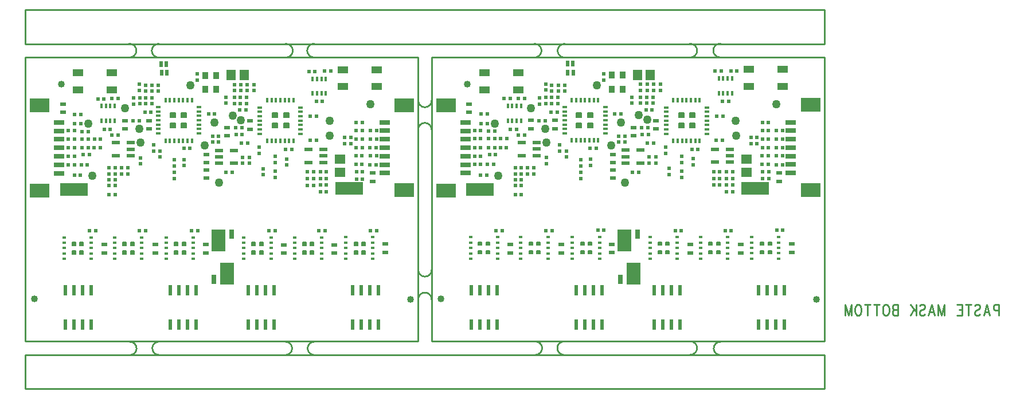
<source format=gbr>
*
%LPD*%
%LN2FOC-PMB*%
%FSLAX24Y24*%
%MOIN*%
%SRX1Y1I0.0J0.0*%
%AD*%
%ADD13C,0.010000*%
%ADD14C,0.006000*%
%ADD25R,0.024000X0.035000*%
%ADD26R,0.035000X0.024000*%
%ADD27C,0.040000*%
%ADD30R,0.021650X0.021650*%
%ADD31R,0.052000X0.060000*%
%ADD32R,0.160000X0.076000*%
%ADD34R,0.079920X0.125200*%
%ADD35R,0.029920X0.055120*%
%ADD37R,0.060000X0.052000*%
%ADD49C,0.050000*%
%ADD50R,0.062990X0.027560*%
%ADD51R,0.118110X0.082680*%
%ADD70R,0.016930X0.031500*%
%ADD71R,0.059060X0.039370*%
%ADD72R,0.050000X0.021000*%
%ADD73R,0.035430X0.039370*%
%ADD74R,0.013780X0.031500*%
%ADD75R,0.031500X0.013780*%
%ADD77R,0.023620X0.015750*%
%ADD79R,0.023620X0.059060*%
G54D13*
G1X5689Y10087D2*
G1X28523Y10087D1*
G1X28523Y26622D1*
G1X5689Y26622D1*
G1X5689Y10087D1*
G1X11729Y26620D2*
G75*
G3X11730Y27420I17J400D1*
G74*
G1X13453Y27415D2*
G75*
G3X13452Y26615I-17J-400D1*
G74*
G1X20824Y26616D2*
G75*
G3X20825Y27416I17J400D1*
G74*
G1X22490Y27422D2*
G75*
G3X22489Y26622I-17J-400D1*
G74*
G1X11751Y9287D2*
G75*
G3X11752Y10064I16J388D1*
G74*
G1X13473Y10075D2*
G75*
G3X13472Y9296I-16J-390D1*
G74*
G1X20797Y9292D2*
G75*
G3X20797Y10068I15J388D1*
G74*
G1X22505Y10071D2*
G75*
G3X22504Y9292I-16J-390D1*
G74*
G1X29305Y12527D2*
G75*
G3X28529Y12528I-388J16D1*
G74*
G1X28530Y14263D2*
G75*
G3X29309Y14262I390J-16D1*
G74*
G1X5682Y29383D2*
G1X52139Y29383D1*
G1X52139Y27415D1*
G1X5682Y27415D1*
G1X5682Y29383D1*
G1X29304Y10092D2*
G1X52139Y10092D1*
G1X52139Y26627D1*
G1X29304Y26627D1*
G1X29304Y10092D1*
G1X5682Y9304D2*
G1X52139Y9304D1*
G1X52139Y7336D1*
G1X5682Y7336D1*
G1X5682Y9304D1*
G1X29304Y22409D2*
G75*
G3X28528Y22410I-388J16D1*
G74*
G1X28530Y24125D2*
G75*
G3X29309Y24124I390J-16D1*
G74*
G1X37050Y27414D2*
G75*
G3X37049Y26614I-17J-400D1*
G74*
G1X35278Y26617D2*
G75*
G3X35279Y27417I17J400D1*
G74*
G1X44328Y26617D2*
G75*
G3X44329Y27417I17J400D1*
G74*
G1X46098Y27426D2*
G75*
G3X46097Y26626I-17J-400D1*
G74*
G1X46114Y10066D2*
G75*
G3X46114Y9287I-16J-390D1*
G74*
G1X44341Y9311D2*
G75*
G3X44341Y10087I16J388D1*
G74*
G1X37019Y10085D2*
G75*
G3X37018Y9306I-16J-390D1*
G74*
G1X35329Y9303D2*
G75*
G3X35330Y10080I16J388D1*
G74*
G1X15059Y23117D2*
G54D14*
G1X15059Y23400D1*
G1X14757Y23400D1*
G1X14757Y23117D1*
G1X15059Y23117D1*
G1X15059Y22517D2*
G1X15059Y22800D1*
G1X14757Y22800D1*
G1X14757Y22517D1*
G1X15059Y22517D1*
G1X14409Y23117D2*
G1X14409Y23400D1*
G1X14107Y23400D1*
G1X14107Y23117D1*
G1X14409Y23117D1*
G1X14409Y22517D2*
G1X14409Y22800D1*
G1X14107Y22800D1*
G1X14107Y22517D1*
G1X14409Y22517D1*
G1X20359Y23117D2*
G1X20359Y23400D1*
G1X20057Y23400D1*
G1X20057Y23117D1*
G1X20359Y23117D1*
G1X21009Y23117D2*
G1X21009Y23400D1*
G1X20707Y23400D1*
G1X20707Y23117D1*
G1X21009Y23117D1*
G1X21009Y22517D2*
G1X21009Y22800D1*
G1X20707Y22800D1*
G1X20707Y22517D1*
G1X21009Y22517D1*
G1X20359Y22517D2*
G1X20359Y22800D1*
G1X20057Y22800D1*
G1X20057Y22517D1*
G1X20359Y22517D1*
G1X9058Y15678D2*
G1X9058Y15862D1*
G1X8856Y15862D1*
G1X8856Y15678D1*
G1X9058Y15678D1*
G1X9058Y15178D2*
G1X9058Y15362D1*
G1X8856Y15362D1*
G1X8856Y15178D1*
G1X9058Y15178D1*
G1X8608Y15678D2*
G1X8608Y15862D1*
G1X8406Y15862D1*
G1X8406Y15678D1*
G1X8608Y15678D1*
G1X8608Y15178D2*
G1X8608Y15362D1*
G1X8406Y15362D1*
G1X8406Y15178D1*
G1X8608Y15178D1*
G1X11558Y15678D2*
G1X11558Y15862D1*
G1X11356Y15862D1*
G1X11356Y15678D1*
G1X11558Y15678D1*
G1X11558Y15178D2*
G1X11558Y15362D1*
G1X11356Y15362D1*
G1X11356Y15178D1*
G1X11558Y15178D1*
G1X12008Y15178D2*
G1X12008Y15362D1*
G1X11806Y15362D1*
G1X11806Y15178D1*
G1X12008Y15178D1*
G1X12008Y15678D2*
G1X12008Y15862D1*
G1X11806Y15862D1*
G1X11806Y15678D1*
G1X12008Y15678D1*
G1X14558Y15678D2*
G1X14558Y15862D1*
G1X14356Y15862D1*
G1X14356Y15678D1*
G1X14558Y15678D1*
G1X14558Y15178D2*
G1X14558Y15362D1*
G1X14356Y15362D1*
G1X14356Y15178D1*
G1X14558Y15178D1*
G1X15008Y15178D2*
G1X15008Y15362D1*
G1X14806Y15362D1*
G1X14806Y15178D1*
G1X15008Y15178D1*
G1X15008Y15678D2*
G1X15008Y15862D1*
G1X14806Y15862D1*
G1X14806Y15678D1*
G1X15008Y15678D1*
G1X19058Y15678D2*
G1X19058Y15862D1*
G1X18856Y15862D1*
G1X18856Y15678D1*
G1X19058Y15678D1*
G1X19058Y15178D2*
G1X19058Y15362D1*
G1X18856Y15362D1*
G1X18856Y15178D1*
G1X19058Y15178D1*
G1X19508Y15178D2*
G1X19508Y15362D1*
G1X19306Y15362D1*
G1X19306Y15178D1*
G1X19508Y15178D1*
G1X19508Y15678D2*
G1X19508Y15862D1*
G1X19306Y15862D1*
G1X19306Y15678D1*
G1X19508Y15678D1*
G1X22008Y15678D2*
G1X22008Y15862D1*
G1X21806Y15862D1*
G1X21806Y15678D1*
G1X22008Y15678D1*
G1X22008Y15178D2*
G1X22008Y15362D1*
G1X21806Y15362D1*
G1X21806Y15178D1*
G1X22008Y15178D1*
G1X22458Y15178D2*
G1X22458Y15362D1*
G1X22256Y15362D1*
G1X22256Y15178D1*
G1X22458Y15178D1*
G1X22458Y15678D2*
G1X22458Y15862D1*
G1X22256Y15862D1*
G1X22256Y15678D1*
G1X22458Y15678D1*
G1X25008Y15678D2*
G1X25008Y15862D1*
G1X24806Y15862D1*
G1X24806Y15678D1*
G1X25008Y15678D1*
G1X25008Y15178D2*
G1X25008Y15362D1*
G1X24806Y15362D1*
G1X24806Y15178D1*
G1X25008Y15178D1*
G1X25458Y15178D2*
G1X25458Y15362D1*
G1X25256Y15362D1*
G1X25256Y15178D1*
G1X25458Y15178D1*
G1X25458Y15678D2*
G1X25458Y15862D1*
G1X25256Y15862D1*
G1X25256Y15678D1*
G1X25458Y15678D1*
G1X14830Y23117D2*
G1X15059Y23346D1*
G1X14906Y23117D2*
G1X15059Y23269D1*
G1X14983Y23117D2*
G1X15059Y23193D1*
G1X14757Y23120D2*
G1X15037Y23400D1*
G1X14757Y23197D2*
G1X14961Y23400D1*
G1X14757Y23273D2*
G1X14884Y23400D1*
G1X14757Y23349D2*
G1X14808Y23400D1*
G1X14830Y22517D2*
G1X15059Y22746D1*
G1X14906Y22517D2*
G1X15059Y22669D1*
G1X14983Y22517D2*
G1X15059Y22593D1*
G1X14757Y22520D2*
G1X15037Y22800D1*
G1X14757Y22597D2*
G1X14961Y22800D1*
G1X14757Y22673D2*
G1X14884Y22800D1*
G1X14757Y22749D2*
G1X14808Y22800D1*
G1X14180Y23117D2*
G1X14409Y23346D1*
G1X14256Y23117D2*
G1X14409Y23269D1*
G1X14333Y23117D2*
G1X14409Y23193D1*
G1X14107Y23120D2*
G1X14387Y23400D1*
G1X14107Y23197D2*
G1X14311Y23400D1*
G1X14107Y23273D2*
G1X14234Y23400D1*
G1X14107Y23349D2*
G1X14158Y23400D1*
G1X14180Y22517D2*
G1X14409Y22746D1*
G1X14256Y22517D2*
G1X14409Y22669D1*
G1X14333Y22517D2*
G1X14409Y22593D1*
G1X14107Y22520D2*
G1X14387Y22800D1*
G1X14107Y22597D2*
G1X14311Y22800D1*
G1X14107Y22673D2*
G1X14234Y22800D1*
G1X14107Y22749D2*
G1X14158Y22800D1*
G1X20130Y23117D2*
G1X20359Y23346D1*
G1X20206Y23117D2*
G1X20359Y23269D1*
G1X20283Y23117D2*
G1X20359Y23193D1*
G1X20057Y23120D2*
G1X20337Y23400D1*
G1X20057Y23197D2*
G1X20261Y23400D1*
G1X20057Y23273D2*
G1X20184Y23400D1*
G1X20057Y23349D2*
G1X20108Y23400D1*
G1X20780Y23117D2*
G1X21009Y23346D1*
G1X20856Y23117D2*
G1X21009Y23269D1*
G1X20933Y23117D2*
G1X21009Y23193D1*
G1X20707Y23120D2*
G1X20987Y23400D1*
G1X20707Y23197D2*
G1X20911Y23400D1*
G1X20707Y23273D2*
G1X20834Y23400D1*
G1X20707Y23349D2*
G1X20758Y23400D1*
G1X20780Y22517D2*
G1X21009Y22746D1*
G1X20856Y22517D2*
G1X21009Y22669D1*
G1X20933Y22517D2*
G1X21009Y22593D1*
G1X20707Y22520D2*
G1X20987Y22800D1*
G1X20707Y22597D2*
G1X20911Y22800D1*
G1X20707Y22673D2*
G1X20834Y22800D1*
G1X20707Y22749D2*
G1X20758Y22800D1*
G1X20130Y22517D2*
G1X20359Y22746D1*
G1X20206Y22517D2*
G1X20359Y22669D1*
G1X20283Y22517D2*
G1X20359Y22593D1*
G1X20057Y22520D2*
G1X20337Y22800D1*
G1X20057Y22597D2*
G1X20261Y22800D1*
G1X20057Y22673D2*
G1X20184Y22800D1*
G1X20057Y22749D2*
G1X20108Y22800D1*
G1X8905Y15678D2*
G1X9058Y15831D1*
G1X8981Y15678D2*
G1X9058Y15754D1*
G1X8856Y15705D2*
G1X9012Y15862D1*
G1X8856Y15782D2*
G1X8936Y15862D1*
G1X8856Y15858D2*
G1X8860Y15862D1*
G1X8905Y15178D2*
G1X9058Y15331D1*
G1X8981Y15178D2*
G1X9058Y15254D1*
G1X8856Y15205D2*
G1X9012Y15362D1*
G1X8856Y15282D2*
G1X8936Y15362D1*
G1X8856Y15358D2*
G1X8860Y15362D1*
G1X8455Y15678D2*
G1X8608Y15831D1*
G1X8531Y15678D2*
G1X8608Y15754D1*
G1X8406Y15705D2*
G1X8562Y15862D1*
G1X8406Y15782D2*
G1X8486Y15862D1*
G1X8406Y15858D2*
G1X8410Y15862D1*
G1X8455Y15178D2*
G1X8608Y15331D1*
G1X8531Y15178D2*
G1X8608Y15254D1*
G1X8406Y15205D2*
G1X8562Y15362D1*
G1X8406Y15282D2*
G1X8486Y15362D1*
G1X8406Y15358D2*
G1X8410Y15362D1*
G1X11405Y15678D2*
G1X11558Y15831D1*
G1X11481Y15678D2*
G1X11558Y15754D1*
G1X11356Y15705D2*
G1X11512Y15862D1*
G1X11356Y15782D2*
G1X11436Y15862D1*
G1X11356Y15858D2*
G1X11360Y15862D1*
G1X11405Y15178D2*
G1X11558Y15331D1*
G1X11481Y15178D2*
G1X11558Y15254D1*
G1X11356Y15205D2*
G1X11512Y15362D1*
G1X11356Y15282D2*
G1X11436Y15362D1*
G1X11356Y15358D2*
G1X11360Y15362D1*
G1X11855Y15178D2*
G1X12008Y15331D1*
G1X11931Y15178D2*
G1X12008Y15254D1*
G1X11806Y15205D2*
G1X11962Y15362D1*
G1X11806Y15282D2*
G1X11886Y15362D1*
G1X11806Y15358D2*
G1X11810Y15362D1*
G1X11855Y15678D2*
G1X12008Y15831D1*
G1X11931Y15678D2*
G1X12008Y15754D1*
G1X11806Y15705D2*
G1X11962Y15862D1*
G1X11806Y15782D2*
G1X11886Y15862D1*
G1X11806Y15858D2*
G1X11810Y15862D1*
G1X14405Y15678D2*
G1X14558Y15831D1*
G1X14481Y15678D2*
G1X14558Y15754D1*
G1X14356Y15705D2*
G1X14512Y15862D1*
G1X14356Y15782D2*
G1X14436Y15862D1*
G1X14356Y15858D2*
G1X14360Y15862D1*
G1X14405Y15178D2*
G1X14558Y15331D1*
G1X14481Y15178D2*
G1X14558Y15254D1*
G1X14356Y15205D2*
G1X14512Y15362D1*
G1X14356Y15282D2*
G1X14436Y15362D1*
G1X14356Y15358D2*
G1X14360Y15362D1*
G1X14855Y15178D2*
G1X15008Y15331D1*
G1X14931Y15178D2*
G1X15008Y15254D1*
G1X14806Y15205D2*
G1X14962Y15362D1*
G1X14806Y15282D2*
G1X14886Y15362D1*
G1X14806Y15358D2*
G1X14810Y15362D1*
G1X14855Y15678D2*
G1X15008Y15831D1*
G1X14931Y15678D2*
G1X15008Y15754D1*
G1X14806Y15705D2*
G1X14962Y15862D1*
G1X14806Y15782D2*
G1X14886Y15862D1*
G1X14806Y15858D2*
G1X14810Y15862D1*
G1X18905Y15678D2*
G1X19058Y15831D1*
G1X18981Y15678D2*
G1X19058Y15754D1*
G1X18856Y15705D2*
G1X19012Y15862D1*
G1X18856Y15782D2*
G1X18936Y15862D1*
G1X18856Y15858D2*
G1X18860Y15862D1*
G1X18905Y15178D2*
G1X19058Y15331D1*
G1X18981Y15178D2*
G1X19058Y15254D1*
G1X18856Y15205D2*
G1X19012Y15362D1*
G1X18856Y15282D2*
G1X18936Y15362D1*
G1X18856Y15358D2*
G1X18860Y15362D1*
G1X19355Y15178D2*
G1X19508Y15331D1*
G1X19431Y15178D2*
G1X19508Y15254D1*
G1X19306Y15205D2*
G1X19462Y15362D1*
G1X19306Y15282D2*
G1X19386Y15362D1*
G1X19306Y15358D2*
G1X19310Y15362D1*
G1X19355Y15678D2*
G1X19508Y15831D1*
G1X19431Y15678D2*
G1X19508Y15754D1*
G1X19306Y15705D2*
G1X19462Y15862D1*
G1X19306Y15782D2*
G1X19386Y15862D1*
G1X19306Y15858D2*
G1X19310Y15862D1*
G1X21855Y15678D2*
G1X22008Y15831D1*
G1X21931Y15678D2*
G1X22008Y15754D1*
G1X21806Y15705D2*
G1X21962Y15862D1*
G1X21806Y15782D2*
G1X21886Y15862D1*
G1X21806Y15858D2*
G1X21810Y15862D1*
G1X21855Y15178D2*
G1X22008Y15331D1*
G1X21931Y15178D2*
G1X22008Y15254D1*
G1X21806Y15205D2*
G1X21962Y15362D1*
G1X21806Y15282D2*
G1X21886Y15362D1*
G1X21806Y15358D2*
G1X21810Y15362D1*
G1X22305Y15178D2*
G1X22458Y15331D1*
G1X22381Y15178D2*
G1X22458Y15254D1*
G1X22256Y15205D2*
G1X22412Y15362D1*
G1X22256Y15282D2*
G1X22336Y15362D1*
G1X22256Y15358D2*
G1X22260Y15362D1*
G1X22305Y15678D2*
G1X22458Y15831D1*
G1X22381Y15678D2*
G1X22458Y15754D1*
G1X22256Y15705D2*
G1X22412Y15862D1*
G1X22256Y15782D2*
G1X22336Y15862D1*
G1X22256Y15858D2*
G1X22260Y15862D1*
G1X24855Y15678D2*
G1X25008Y15831D1*
G1X24931Y15678D2*
G1X25008Y15754D1*
G1X24806Y15705D2*
G1X24962Y15862D1*
G1X24806Y15782D2*
G1X24886Y15862D1*
G1X24806Y15858D2*
G1X24810Y15862D1*
G1X24855Y15178D2*
G1X25008Y15331D1*
G1X24931Y15178D2*
G1X25008Y15254D1*
G1X24806Y15205D2*
G1X24962Y15362D1*
G1X24806Y15282D2*
G1X24886Y15362D1*
G1X24806Y15358D2*
G1X24810Y15362D1*
G1X25305Y15178D2*
G1X25458Y15331D1*
G1X25381Y15178D2*
G1X25458Y15254D1*
G1X25256Y15205D2*
G1X25412Y15362D1*
G1X25256Y15282D2*
G1X25336Y15362D1*
G1X25256Y15358D2*
G1X25260Y15362D1*
G1X25305Y15678D2*
G1X25458Y15831D1*
G1X25381Y15678D2*
G1X25458Y15754D1*
G1X25256Y15705D2*
G1X25412Y15862D1*
G1X25256Y15782D2*
G1X25336Y15862D1*
G1X25256Y15858D2*
G1X25260Y15862D1*
G54D25*
G1X13602Y25717D3*
G1X13917Y25717D3*
G1X13897Y26248D3*
G1X13582Y26248D3*
G54D26*
G1X7874Y23429D3*
G1X7874Y23909D3*
G1X25886Y19884D3*
G1X25886Y19404D3*
G1X17421Y22051D3*
G1X17421Y22531D3*
G1X18740Y22445D3*
G1X18740Y22925D3*
G1X10275Y15717D3*
G1X10275Y15237D3*
G1X13248Y15717D3*
G1X13248Y15237D3*
G1X16177Y15724D3*
G1X16177Y15244D3*
G1X20724Y15715D3*
G1X20724Y15235D3*
G1X23653Y15715D3*
G1X23653Y15235D3*
G1X26630Y15750D3*
G1X26630Y15270D3*
G1X16220Y20496D3*
G1X16220Y20976D3*
G1X16220Y19591D3*
G1X16220Y20071D3*
G1X12874Y22465D3*
G1X12874Y22945D3*
G1X11476Y22465D3*
G1X11476Y22945D3*
G54D27*
G1X7775Y25067D3*
G1X28071Y12536D3*
G1X6216Y12559D3*
G54D30*
G1X9291Y20382D3*
G1X8937Y20382D3*
G1X9350Y21878D3*
G1X8996Y21878D3*
G1X9350Y21377D3*
G1X8996Y21377D3*
G1X8897Y19752D3*
G1X8543Y19752D3*
G1X8917Y22764D3*
G1X8563Y22764D3*
G1X8543Y20874D3*
G1X8189Y20874D3*
G1X8543Y21366D3*
G1X8189Y21366D3*
G1X8543Y21878D3*
G1X8189Y21878D3*
G1X8543Y22351D3*
G1X8189Y22351D3*
G1X8917Y23315D3*
G1X8563Y23315D3*
G1X9350Y22311D3*
G1X8996Y22311D3*
G1X9409Y20973D3*
G1X9055Y20973D3*
G1X8189Y20382D3*
G1X8543Y20382D3*
G1X24941Y19546D3*
G1X25295Y19546D3*
G1X24909Y20394D3*
G1X25263Y20394D3*
G1X24921Y21849D3*
G1X25275Y21849D3*
G1X26102Y22361D3*
G1X25748Y22361D3*
G1X25748Y21849D3*
G1X26102Y21849D3*
G1X25728Y21357D3*
G1X26082Y21357D3*
G1X25748Y20884D3*
G1X26102Y20884D3*
G1X25728Y20374D3*
G1X26082Y20374D3*
G1X25295Y19959D3*
G1X24941Y19959D3*
G1X25263Y20886D3*
G1X24909Y20886D3*
G1X25275Y21357D3*
G1X24921Y21357D3*
G1X25275Y22361D3*
G1X24921Y22361D3*
G1X10059Y21878D3*
G1X9704Y21878D3*
G1X10039Y21377D3*
G1X9685Y21377D3*
G1X24252Y21599D3*
G1X24606Y21599D3*
G1X24252Y21961D3*
G1X24606Y21961D3*
G1X15689Y25303D3*
G1X15689Y25658D3*
G1X25275Y22833D3*
G1X24921Y22833D3*
G1X12370Y20782D3*
G1X12370Y20428D3*
G1X13527Y21176D3*
G1X13527Y20821D3*
G1X13134Y21176D3*
G1X13134Y21530D3*
G1X14350Y20303D3*
G1X14350Y20658D3*
G1X14350Y19929D3*
G1X14350Y19575D3*
G1X19291Y21386D3*
G1X19291Y21032D3*
G1X18248Y21642D3*
G1X18602Y21642D3*
G1X14921Y20323D3*
G1X14921Y20677D3*
G1X20224Y20500D3*
G1X20224Y20854D3*
G1X19508Y19791D3*
G1X19508Y20146D3*
G1X20897Y20713D3*
G1X20897Y20358D3*
G1X20228Y19996D3*
G1X20228Y19642D3*
G1X12638Y23433D3*
G1X12992Y23433D3*
G1X18149Y23571D3*
G1X18504Y23571D3*
G1X10630Y22429D3*
G1X10275Y22429D3*
G1X16693Y23321D3*
G1X16338Y23321D3*
G1X15256Y21327D3*
G1X14901Y21327D3*
G1X21181Y21268D3*
G1X20826Y21268D3*
G1X22615Y23195D3*
G1X22261Y23195D3*
G1X10728Y24225D3*
G1X11082Y24225D3*
G1X10256Y24213D3*
G1X9901Y24213D3*
G1X23088Y25833D3*
G1X23442Y25833D3*
G1X22519Y25815D3*
G1X22165Y25815D3*
G1X17933Y22134D3*
G1X18287Y22134D3*
G1X17913Y22528D3*
G1X18267Y22528D3*
G1X9429Y16526D3*
G1X9783Y16526D3*
G1X12329Y16536D3*
G1X12683Y16536D3*
G1X15350Y16543D3*
G1X15704Y16543D3*
G1X11082Y22085D3*
G1X10728Y22085D3*
G1X10551Y19172D3*
G1X10905Y19172D3*
G1X11279Y20205D3*
G1X11634Y20205D3*
G1X10551Y19487D3*
G1X10905Y19487D3*
G1X10551Y20205D3*
G1X10905Y20205D3*
G1X10551Y19831D3*
G1X10905Y19831D3*
G1X10551Y18621D3*
G1X10905Y18621D3*
G1X11279Y19831D3*
G1X11634Y19831D3*
G1X22834Y19949D3*
G1X23189Y19949D3*
G1X13051Y24654D3*
G1X13051Y25008D3*
G1X13031Y23925D3*
G1X13031Y24280D3*
G1X18189Y23945D3*
G1X18189Y24299D3*
G1X18228Y24693D3*
G1X18228Y25047D3*
G1X12323Y25067D3*
G1X12323Y24713D3*
G1X12677Y24654D3*
G1X12677Y25008D3*
G1X11968Y24260D3*
G1X11968Y23906D3*
G1X12677Y23925D3*
G1X12677Y24280D3*
G1X17342Y24310D3*
G1X17342Y23955D3*
G1X18563Y23945D3*
G1X18563Y24299D3*
G1X18996Y25047D3*
G1X18996Y24693D3*
G1X17834Y24693D3*
G1X17834Y25047D3*
G1X13425Y24654D3*
G1X13425Y25008D3*
G1X12342Y23925D3*
G1X12342Y24280D3*
G1X17834Y23945D3*
G1X17834Y24299D3*
G1X18582Y24693D3*
G1X18582Y25047D3*
G1X25760Y16547D3*
G1X26114Y16547D3*
G1X19850Y16540D3*
G1X20204Y16540D3*
G1X23189Y19201D3*
G1X22834Y19201D3*
G1X22598Y21799D3*
G1X22244Y21799D3*
G1X22086Y19575D3*
G1X22441Y19575D3*
G1X22834Y18807D3*
G1X23189Y18807D3*
G1X22086Y19181D3*
G1X22441Y19181D3*
G1X22834Y19575D3*
G1X23189Y19575D3*
G1X22086Y19949D3*
G1X22441Y19949D3*
G1X22964Y24071D3*
G1X22610Y24071D3*
G1X16929Y21701D3*
G1X16575Y21701D3*
G1X17716Y19929D3*
G1X17362Y19929D3*
G1X18720Y20815D3*
G1X18720Y20461D3*
G1X18326Y20461D3*
G1X18326Y20815D3*
G1X16575Y22036D3*
G1X16929Y22036D3*
G1X22760Y16532D3*
G1X23114Y16532D3*
G1X11949Y22941D3*
G1X12303Y22941D3*
G54D31*
G1X18411Y25599D3*
G1X17651Y25599D3*
G54D32*
G1X8504Y18916D3*
G1X24508Y18995D3*
G54D34*
G1X17430Y14036D3*
G1X16909Y15976D3*
G54D35*
G1X16660Y13684D3*
G1X17679Y16328D3*
G54D37*
G1X23996Y19943D3*
G1X23996Y20703D3*
G54D49*
G1X17736Y23247D3*
G1X23386Y22051D3*
G1X23366Y22921D3*
G1X11476Y23669D3*
G1X9350Y22764D3*
G1X16693Y22843D3*
G1X9567Y19723D3*
G1X12370Y21652D3*
G1X18228Y22980D3*
G1X16130Y21504D3*
G1X25748Y23906D3*
G1X16949Y19339D3*
G1X15295Y25008D3*
G1X12303Y22449D3*
G54D50*
G1X26575Y22843D3*
G1X26575Y22351D3*
G1X26575Y21859D3*
G1X26575Y21367D3*
G1X26575Y20875D3*
G1X26575Y20382D3*
G1X26575Y19890D3*
G1X7657Y19880D3*
G1X7657Y20372D3*
G1X7657Y20864D3*
G1X7657Y21356D3*
G1X7657Y21849D3*
G1X7657Y22341D3*
G1X7657Y22833D3*
G54D51*
G1X27716Y18886D3*
G1X27716Y23847D3*
G1X6515Y23837D3*
G1X6515Y18876D3*
G54D70*
G1X10886Y22925D3*
G1X10630Y22925D3*
G1X10374Y22925D3*
G1X10118Y22925D3*
G1X10118Y23791D3*
G1X10374Y23791D3*
G1X10630Y23791D3*
G1X10886Y23791D3*
G1X23157Y24516D3*
G1X22901Y24516D3*
G1X22645Y24516D3*
G1X22389Y24516D3*
G1X22389Y25382D3*
G1X22645Y25382D3*
G1X22901Y25382D3*
G1X23157Y25382D3*
G54D71*
G1X10728Y24732D3*
G1X10728Y25717D3*
G1X8760Y25717D3*
G1X8760Y24732D3*
G1X24134Y25914D3*
G1X24134Y24929D3*
G1X26102Y24929D3*
G1X26102Y25914D3*
G54D72*
G1X11808Y21658D3*
G1X11808Y21278D3*
G1X11808Y20898D3*
G1X10938Y20898D3*
G1X10938Y21658D3*
G1X23028Y21274D3*
G1X23028Y20894D3*
G1X23028Y20514D3*
G1X22158Y20514D3*
G1X22158Y21274D3*
G1X16952Y20455D3*
G1X16952Y20835D3*
G1X16952Y21215D3*
G1X17822Y21215D3*
G1X17822Y20455D3*
G54D73*
G1X16791Y25579D3*
G1X16791Y24752D3*
G1X16157Y24752D3*
G1X16149Y25579D3*
G54D74*
G1X13838Y24142D3*
G1X14094Y24142D3*
G1X14350Y24142D3*
G1X14606Y24142D3*
G1X14862Y24142D3*
G1X15118Y24142D3*
G1X15374Y24142D3*
G1X15374Y21780D3*
G1X15118Y21780D3*
G1X14862Y21780D3*
G1X14606Y21780D3*
G1X14350Y21780D3*
G1X14094Y21780D3*
G1X13838Y21780D3*
G1X19744Y24122D3*
G1X20000Y24122D3*
G1X20256Y24122D3*
G1X20512Y24122D3*
G1X20767Y24122D3*
G1X21023Y24122D3*
G1X21279Y24122D3*
G1X21279Y21760D3*
G1X21023Y21760D3*
G1X20767Y21760D3*
G1X20512Y21760D3*
G1X20256Y21760D3*
G1X20000Y21760D3*
G1X19744Y21760D3*
G54D75*
G1X15787Y23729D3*
G1X15787Y23473D3*
G1X15787Y23217D3*
G1X15787Y22961D3*
G1X15787Y22705D3*
G1X15787Y22449D3*
G1X15787Y22193D3*
G1X13425Y22193D3*
G1X13425Y22449D3*
G1X13425Y22705D3*
G1X13425Y22961D3*
G1X13425Y23217D3*
G1X13425Y23473D3*
G1X13425Y23729D3*
G1X21693Y23709D3*
G1X21693Y23453D3*
G1X21693Y23197D3*
G1X21693Y22941D3*
G1X21693Y22685D3*
G1X21693Y22429D3*
G1X21693Y22173D3*
G1X19330Y22173D3*
G1X19330Y22429D3*
G1X19330Y22685D3*
G1X19330Y22941D3*
G1X19330Y23197D3*
G1X19330Y23453D3*
G1X19330Y23709D3*
G54D77*
G1X9527Y16146D3*
G1X9527Y15831D3*
G1X9527Y15516D3*
G1X9527Y15201D3*
G1X9527Y14886D3*
G1X7952Y14886D3*
G1X7952Y15201D3*
G1X7952Y15516D3*
G1X7952Y15831D3*
G1X7952Y16146D3*
G1X12456Y16146D3*
G1X12456Y15831D3*
G1X12456Y15516D3*
G1X12456Y15201D3*
G1X12456Y14886D3*
G1X10881Y14886D3*
G1X10881Y15201D3*
G1X10881Y15516D3*
G1X10881Y15831D3*
G1X10881Y16146D3*
G1X15456Y16146D3*
G1X15456Y15831D3*
G1X15456Y15516D3*
G1X15456Y15201D3*
G1X15456Y14886D3*
G1X13881Y14886D3*
G1X13881Y15201D3*
G1X13881Y15516D3*
G1X13881Y15831D3*
G1X13881Y16146D3*
G1X19968Y16146D3*
G1X19968Y15831D3*
G1X19968Y15516D3*
G1X19968Y15201D3*
G1X19968Y14886D3*
G1X18393Y14886D3*
G1X18393Y15201D3*
G1X18393Y15516D3*
G1X18393Y15831D3*
G1X18393Y16146D3*
G1X22909Y16146D3*
G1X22909Y15831D3*
G1X22909Y15516D3*
G1X22909Y15201D3*
G1X22909Y14886D3*
G1X21334Y14886D3*
G1X21334Y15201D3*
G1X21334Y15516D3*
G1X21334Y15831D3*
G1X21334Y16146D3*
G1X25878Y16158D3*
G1X25878Y15843D3*
G1X25878Y15528D3*
G1X25878Y15213D3*
G1X25878Y14898D3*
G1X24303Y14898D3*
G1X24303Y15213D3*
G1X24303Y15528D3*
G1X24303Y15843D3*
G1X24303Y16158D3*
G54D79*
G1X14112Y13055D3*
G1X14612Y13055D3*
G1X15112Y13055D3*
G1X15612Y13055D3*
G1X15612Y11055D3*
G1X15112Y11055D3*
G1X14612Y11055D3*
G1X14112Y11055D3*
G1X18639Y13055D3*
G1X19139Y13055D3*
G1X19639Y13055D3*
G1X20139Y13055D3*
G1X20139Y11055D3*
G1X19639Y11055D3*
G1X19139Y11055D3*
G1X18639Y11055D3*
G1X24702Y13055D3*
G1X25202Y13055D3*
G1X25702Y13055D3*
G1X26202Y13055D3*
G1X26202Y11055D3*
G1X25702Y11055D3*
G1X25202Y11055D3*
G1X24702Y11055D3*
G1X8010Y13055D3*
G1X8510Y13055D3*
G1X9010Y13055D3*
G1X9510Y13055D3*
G1X9510Y11055D3*
G1X9010Y11055D3*
G1X8510Y11055D3*
G1X8010Y11055D3*
G1X62287Y12243D2*
G54D13*
G1X62287Y11587D1*
G1X62287Y12243D2*
G1X62082Y12243D1*
G1X62014Y12212D1*
G1X61991Y12181D1*
G1X61969Y12118D1*
G1X61969Y12024D1*
G1X61991Y11962D1*
G1X62014Y11931D1*
G1X62082Y11899D1*
G1X62287Y11899D1*
G1X61582Y12243D2*
G1X61764Y11587D1*
G1X61582Y12243D2*
G1X61400Y11587D1*
G1X61696Y11806D2*
G1X61469Y11806D1*
G1X60878Y12149D2*
G1X60923Y12212D1*
G1X60991Y12243D1*
G1X61082Y12243D1*
G1X61150Y12212D1*
G1X61196Y12149D1*
G1X61196Y12087D1*
G1X61173Y12024D1*
G1X61150Y11993D1*
G1X61105Y11962D1*
G1X60969Y11899D1*
G1X60923Y11868D1*
G1X60900Y11837D1*
G1X60878Y11774D1*
G1X60878Y11681D1*
G1X60923Y11618D1*
G1X60991Y11587D1*
G1X61082Y11587D1*
G1X61150Y11618D1*
G1X61196Y11681D1*
G1X60514Y12243D2*
G1X60514Y11587D1*
G1X60673Y12243D2*
G1X60355Y12243D1*
G1X60150Y12243D2*
G1X60150Y11587D1*
G1X60150Y12243D2*
G1X59855Y12243D1*
G1X60150Y11931D2*
G1X59969Y11931D1*
G1X60150Y11587D2*
G1X59855Y11587D1*
G1X59128Y12243D2*
G1X59128Y11587D1*
G1X59128Y12243D2*
G1X58946Y11587D1*
G1X58764Y12243D1*
G1X58764Y11587D1*
G1X58378Y12243D2*
G1X58559Y11587D1*
G1X58378Y12243D2*
G1X58196Y11587D1*
G1X58491Y11806D2*
G1X58264Y11806D1*
G1X57673Y12149D2*
G1X57719Y12212D1*
G1X57787Y12243D1*
G1X57878Y12243D1*
G1X57946Y12212D1*
G1X57991Y12149D1*
G1X57991Y12087D1*
G1X57969Y12024D1*
G1X57946Y11993D1*
G1X57900Y11962D1*
G1X57764Y11899D1*
G1X57719Y11868D1*
G1X57696Y11837D1*
G1X57673Y11774D1*
G1X57673Y11681D1*
G1X57719Y11618D1*
G1X57787Y11587D1*
G1X57878Y11587D1*
G1X57946Y11618D1*
G1X57991Y11681D1*
G1X57469Y12243D2*
G1X57469Y11587D1*
G1X57150Y12243D2*
G1X57469Y11806D1*
G1X57355Y11962D2*
G1X57150Y11587D1*
G1X56423Y12243D2*
G1X56423Y11587D1*
G1X56423Y12243D2*
G1X56219Y12243D1*
G1X56150Y12212D1*
G1X56128Y12181D1*
G1X56105Y12118D1*
G1X56105Y12056D1*
G1X56128Y11993D1*
G1X56150Y11962D1*
G1X56219Y11931D1*
G1X56423Y11931D1*
G1X56219Y11931D2*
G1X56150Y11899D1*
G1X56128Y11868D1*
G1X56105Y11806D1*
G1X56105Y11712D1*
G1X56128Y11649D1*
G1X56150Y11618D1*
G1X56219Y11587D1*
G1X56423Y11587D1*
G1X55764Y12243D2*
G1X55809Y12212D1*
G1X55855Y12149D1*
G1X55878Y12087D1*
G1X55900Y11993D1*
G1X55900Y11837D1*
G1X55878Y11743D1*
G1X55855Y11681D1*
G1X55809Y11618D1*
G1X55764Y11587D1*
G1X55673Y11587D1*
G1X55628Y11618D1*
G1X55582Y11681D1*
G1X55559Y11743D1*
G1X55537Y11837D1*
G1X55537Y11993D1*
G1X55559Y12087D1*
G1X55582Y12149D1*
G1X55628Y12212D1*
G1X55673Y12243D1*
G1X55764Y12243D1*
G1X55173Y12243D2*
G1X55173Y11587D1*
G1X55332Y12243D2*
G1X55014Y12243D1*
G1X54650Y12243D2*
G1X54650Y11587D1*
G1X54809Y12243D2*
G1X54491Y12243D1*
G1X54150Y12243D2*
G1X54196Y12212D1*
G1X54241Y12149D1*
G1X54264Y12087D1*
G1X54287Y11993D1*
G1X54287Y11837D1*
G1X54264Y11743D1*
G1X54241Y11681D1*
G1X54196Y11618D1*
G1X54150Y11587D1*
G1X54059Y11587D1*
G1X54014Y11618D1*
G1X53969Y11681D1*
G1X53946Y11743D1*
G1X53923Y11837D1*
G1X53923Y11993D1*
G1X53946Y12087D1*
G1X53969Y12149D1*
G1X54014Y12212D1*
G1X54059Y12243D1*
G1X54150Y12243D1*
G1X53719Y12243D2*
G1X53719Y11587D1*
G1X53719Y12243D2*
G1X53537Y11587D1*
G1X53355Y12243D1*
G1X53355Y11587D1*
G1X29304Y10092D2*
G1X52139Y10092D1*
G1X52139Y26628D1*
G1X29304Y26628D1*
G1X29304Y10092D1*
G1X38674Y23122D2*
G54D14*
G1X38674Y23406D1*
G1X38372Y23406D1*
G1X38372Y23122D1*
G1X38674Y23122D1*
G1X38674Y22522D2*
G1X38674Y22806D1*
G1X38372Y22806D1*
G1X38372Y22522D1*
G1X38674Y22522D1*
G1X38024Y23122D2*
G1X38024Y23406D1*
G1X37722Y23406D1*
G1X37722Y23122D1*
G1X38024Y23122D1*
G1X38024Y22522D2*
G1X38024Y22806D1*
G1X37722Y22806D1*
G1X37722Y22522D1*
G1X38024Y22522D1*
G1X43974Y23122D2*
G1X43974Y23406D1*
G1X43672Y23406D1*
G1X43672Y23122D1*
G1X43974Y23122D1*
G1X44624Y23122D2*
G1X44624Y23406D1*
G1X44322Y23406D1*
G1X44322Y23122D1*
G1X44624Y23122D1*
G1X44624Y22522D2*
G1X44624Y22806D1*
G1X44322Y22806D1*
G1X44322Y22522D1*
G1X44624Y22522D1*
G1X43974Y22522D2*
G1X43974Y22806D1*
G1X43672Y22806D1*
G1X43672Y22522D1*
G1X43974Y22522D1*
G1X32673Y15684D2*
G1X32673Y15867D1*
G1X32471Y15867D1*
G1X32471Y15684D1*
G1X32673Y15684D1*
G1X32673Y15184D2*
G1X32673Y15367D1*
G1X32471Y15367D1*
G1X32471Y15184D1*
G1X32673Y15184D1*
G1X32223Y15684D2*
G1X32223Y15867D1*
G1X32021Y15867D1*
G1X32021Y15684D1*
G1X32223Y15684D1*
G1X32223Y15184D2*
G1X32223Y15367D1*
G1X32021Y15367D1*
G1X32021Y15184D1*
G1X32223Y15184D1*
G1X35173Y15684D2*
G1X35173Y15867D1*
G1X34971Y15867D1*
G1X34971Y15684D1*
G1X35173Y15684D1*
G1X35173Y15184D2*
G1X35173Y15367D1*
G1X34971Y15367D1*
G1X34971Y15184D1*
G1X35173Y15184D1*
G1X35623Y15184D2*
G1X35623Y15367D1*
G1X35421Y15367D1*
G1X35421Y15184D1*
G1X35623Y15184D1*
G1X35623Y15684D2*
G1X35623Y15867D1*
G1X35421Y15867D1*
G1X35421Y15684D1*
G1X35623Y15684D1*
G1X38173Y15684D2*
G1X38173Y15867D1*
G1X37971Y15867D1*
G1X37971Y15684D1*
G1X38173Y15684D1*
G1X38173Y15184D2*
G1X38173Y15367D1*
G1X37971Y15367D1*
G1X37971Y15184D1*
G1X38173Y15184D1*
G1X38623Y15184D2*
G1X38623Y15367D1*
G1X38421Y15367D1*
G1X38421Y15184D1*
G1X38623Y15184D1*
G1X38623Y15684D2*
G1X38623Y15867D1*
G1X38421Y15867D1*
G1X38421Y15684D1*
G1X38623Y15684D1*
G1X42673Y15684D2*
G1X42673Y15867D1*
G1X42471Y15867D1*
G1X42471Y15684D1*
G1X42673Y15684D1*
G1X42673Y15184D2*
G1X42673Y15367D1*
G1X42471Y15367D1*
G1X42471Y15184D1*
G1X42673Y15184D1*
G1X43123Y15184D2*
G1X43123Y15367D1*
G1X42921Y15367D1*
G1X42921Y15184D1*
G1X43123Y15184D1*
G1X43123Y15684D2*
G1X43123Y15867D1*
G1X42921Y15867D1*
G1X42921Y15684D1*
G1X43123Y15684D1*
G1X45623Y15684D2*
G1X45623Y15867D1*
G1X45421Y15867D1*
G1X45421Y15684D1*
G1X45623Y15684D1*
G1X45623Y15184D2*
G1X45623Y15367D1*
G1X45421Y15367D1*
G1X45421Y15184D1*
G1X45623Y15184D1*
G1X46073Y15184D2*
G1X46073Y15367D1*
G1X45871Y15367D1*
G1X45871Y15184D1*
G1X46073Y15184D1*
G1X46073Y15684D2*
G1X46073Y15867D1*
G1X45871Y15867D1*
G1X45871Y15684D1*
G1X46073Y15684D1*
G1X48623Y15684D2*
G1X48623Y15867D1*
G1X48421Y15867D1*
G1X48421Y15684D1*
G1X48623Y15684D1*
G1X48623Y15184D2*
G1X48623Y15367D1*
G1X48421Y15367D1*
G1X48421Y15184D1*
G1X48623Y15184D1*
G1X49073Y15184D2*
G1X49073Y15367D1*
G1X48871Y15367D1*
G1X48871Y15184D1*
G1X49073Y15184D1*
G1X49073Y15684D2*
G1X49073Y15867D1*
G1X48871Y15867D1*
G1X48871Y15684D1*
G1X49073Y15684D1*
G1X38445Y23122D2*
G1X38674Y23351D1*
G1X38522Y23122D2*
G1X38674Y23275D1*
G1X38598Y23122D2*
G1X38674Y23198D1*
G1X38372Y23126D2*
G1X38653Y23406D1*
G1X38372Y23202D2*
G1X38576Y23406D1*
G1X38372Y23278D2*
G1X38500Y23406D1*
G1X38372Y23355D2*
G1X38424Y23406D1*
G1X38445Y22522D2*
G1X38674Y22751D1*
G1X38522Y22522D2*
G1X38674Y22675D1*
G1X38598Y22522D2*
G1X38674Y22598D1*
G1X38372Y22526D2*
G1X38653Y22806D1*
G1X38372Y22602D2*
G1X38576Y22806D1*
G1X38372Y22678D2*
G1X38500Y22806D1*
G1X38372Y22755D2*
G1X38424Y22806D1*
G1X37795Y23122D2*
G1X38024Y23351D1*
G1X37872Y23122D2*
G1X38024Y23275D1*
G1X37948Y23122D2*
G1X38024Y23198D1*
G1X37722Y23126D2*
G1X38003Y23406D1*
G1X37722Y23202D2*
G1X37926Y23406D1*
G1X37722Y23278D2*
G1X37850Y23406D1*
G1X37722Y23355D2*
G1X37774Y23406D1*
G1X37795Y22522D2*
G1X38024Y22751D1*
G1X37872Y22522D2*
G1X38024Y22675D1*
G1X37948Y22522D2*
G1X38024Y22598D1*
G1X37722Y22526D2*
G1X38003Y22806D1*
G1X37722Y22602D2*
G1X37926Y22806D1*
G1X37722Y22678D2*
G1X37850Y22806D1*
G1X37722Y22755D2*
G1X37774Y22806D1*
G1X43745Y23122D2*
G1X43974Y23351D1*
G1X43822Y23122D2*
G1X43974Y23275D1*
G1X43898Y23122D2*
G1X43974Y23198D1*
G1X43672Y23126D2*
G1X43953Y23406D1*
G1X43672Y23202D2*
G1X43876Y23406D1*
G1X43672Y23278D2*
G1X43800Y23406D1*
G1X43672Y23355D2*
G1X43724Y23406D1*
G1X44395Y23122D2*
G1X44624Y23351D1*
G1X44472Y23122D2*
G1X44624Y23275D1*
G1X44548Y23122D2*
G1X44624Y23198D1*
G1X44322Y23126D2*
G1X44603Y23406D1*
G1X44322Y23202D2*
G1X44526Y23406D1*
G1X44322Y23278D2*
G1X44450Y23406D1*
G1X44322Y23355D2*
G1X44374Y23406D1*
G1X44395Y22522D2*
G1X44624Y22751D1*
G1X44472Y22522D2*
G1X44624Y22675D1*
G1X44548Y22522D2*
G1X44624Y22598D1*
G1X44322Y22526D2*
G1X44603Y22806D1*
G1X44322Y22602D2*
G1X44526Y22806D1*
G1X44322Y22678D2*
G1X44450Y22806D1*
G1X44322Y22755D2*
G1X44374Y22806D1*
G1X43745Y22522D2*
G1X43974Y22751D1*
G1X43822Y22522D2*
G1X43974Y22675D1*
G1X43898Y22522D2*
G1X43974Y22598D1*
G1X43672Y22526D2*
G1X43953Y22806D1*
G1X43672Y22602D2*
G1X43876Y22806D1*
G1X43672Y22678D2*
G1X43800Y22806D1*
G1X43672Y22755D2*
G1X43724Y22806D1*
G1X32521Y15684D2*
G1X32673Y15836D1*
G1X32597Y15684D2*
G1X32673Y15760D1*
G1X32471Y15711D2*
G1X32628Y15867D1*
G1X32471Y15787D2*
G1X32551Y15867D1*
G1X32471Y15863D2*
G1X32475Y15867D1*
G1X32521Y15184D2*
G1X32673Y15336D1*
G1X32597Y15184D2*
G1X32673Y15260D1*
G1X32471Y15211D2*
G1X32628Y15367D1*
G1X32471Y15287D2*
G1X32551Y15367D1*
G1X32471Y15363D2*
G1X32475Y15367D1*
G1X32071Y15684D2*
G1X32223Y15836D1*
G1X32147Y15684D2*
G1X32223Y15760D1*
G1X32021Y15711D2*
G1X32178Y15867D1*
G1X32021Y15787D2*
G1X32101Y15867D1*
G1X32021Y15863D2*
G1X32025Y15867D1*
G1X32071Y15184D2*
G1X32223Y15336D1*
G1X32147Y15184D2*
G1X32223Y15260D1*
G1X32021Y15211D2*
G1X32178Y15367D1*
G1X32021Y15287D2*
G1X32101Y15367D1*
G1X32021Y15363D2*
G1X32025Y15367D1*
G1X35021Y15684D2*
G1X35173Y15836D1*
G1X35097Y15684D2*
G1X35173Y15760D1*
G1X34971Y15711D2*
G1X35128Y15867D1*
G1X34971Y15787D2*
G1X35051Y15867D1*
G1X34971Y15863D2*
G1X34975Y15867D1*
G1X35021Y15184D2*
G1X35173Y15336D1*
G1X35097Y15184D2*
G1X35173Y15260D1*
G1X34971Y15211D2*
G1X35128Y15367D1*
G1X34971Y15287D2*
G1X35051Y15367D1*
G1X34971Y15363D2*
G1X34975Y15367D1*
G1X35471Y15184D2*
G1X35623Y15336D1*
G1X35547Y15184D2*
G1X35623Y15260D1*
G1X35421Y15211D2*
G1X35578Y15367D1*
G1X35421Y15287D2*
G1X35501Y15367D1*
G1X35421Y15363D2*
G1X35425Y15367D1*
G1X35471Y15684D2*
G1X35623Y15836D1*
G1X35547Y15684D2*
G1X35623Y15760D1*
G1X35421Y15711D2*
G1X35578Y15867D1*
G1X35421Y15787D2*
G1X35501Y15867D1*
G1X35421Y15863D2*
G1X35425Y15867D1*
G1X38021Y15684D2*
G1X38173Y15836D1*
G1X38097Y15684D2*
G1X38173Y15760D1*
G1X37971Y15711D2*
G1X38128Y15867D1*
G1X37971Y15787D2*
G1X38051Y15867D1*
G1X37971Y15863D2*
G1X37975Y15867D1*
G1X38021Y15184D2*
G1X38173Y15336D1*
G1X38097Y15184D2*
G1X38173Y15260D1*
G1X37971Y15211D2*
G1X38128Y15367D1*
G1X37971Y15287D2*
G1X38051Y15367D1*
G1X37971Y15363D2*
G1X37975Y15367D1*
G1X38471Y15184D2*
G1X38623Y15336D1*
G1X38547Y15184D2*
G1X38623Y15260D1*
G1X38421Y15211D2*
G1X38578Y15367D1*
G1X38421Y15287D2*
G1X38501Y15367D1*
G1X38421Y15363D2*
G1X38425Y15367D1*
G1X38471Y15684D2*
G1X38623Y15836D1*
G1X38547Y15684D2*
G1X38623Y15760D1*
G1X38421Y15711D2*
G1X38578Y15867D1*
G1X38421Y15787D2*
G1X38501Y15867D1*
G1X38421Y15863D2*
G1X38425Y15867D1*
G1X42521Y15684D2*
G1X42673Y15836D1*
G1X42597Y15684D2*
G1X42673Y15760D1*
G1X42471Y15711D2*
G1X42628Y15867D1*
G1X42471Y15787D2*
G1X42551Y15867D1*
G1X42471Y15863D2*
G1X42475Y15867D1*
G1X42521Y15184D2*
G1X42673Y15336D1*
G1X42597Y15184D2*
G1X42673Y15260D1*
G1X42471Y15211D2*
G1X42628Y15367D1*
G1X42471Y15287D2*
G1X42551Y15367D1*
G1X42471Y15363D2*
G1X42475Y15367D1*
G1X42971Y15184D2*
G1X43123Y15336D1*
G1X43047Y15184D2*
G1X43123Y15260D1*
G1X42921Y15211D2*
G1X43078Y15367D1*
G1X42921Y15287D2*
G1X43001Y15367D1*
G1X42921Y15363D2*
G1X42925Y15367D1*
G1X42971Y15684D2*
G1X43123Y15836D1*
G1X43047Y15684D2*
G1X43123Y15760D1*
G1X42921Y15711D2*
G1X43078Y15867D1*
G1X42921Y15787D2*
G1X43001Y15867D1*
G1X42921Y15863D2*
G1X42925Y15867D1*
G1X45471Y15684D2*
G1X45623Y15836D1*
G1X45547Y15684D2*
G1X45623Y15760D1*
G1X45421Y15711D2*
G1X45578Y15867D1*
G1X45421Y15787D2*
G1X45501Y15867D1*
G1X45421Y15863D2*
G1X45425Y15867D1*
G1X45471Y15184D2*
G1X45623Y15336D1*
G1X45547Y15184D2*
G1X45623Y15260D1*
G1X45421Y15211D2*
G1X45578Y15367D1*
G1X45421Y15287D2*
G1X45501Y15367D1*
G1X45421Y15363D2*
G1X45425Y15367D1*
G1X45921Y15184D2*
G1X46073Y15336D1*
G1X45997Y15184D2*
G1X46073Y15260D1*
G1X45871Y15211D2*
G1X46028Y15367D1*
G1X45871Y15287D2*
G1X45951Y15367D1*
G1X45871Y15363D2*
G1X45875Y15367D1*
G1X45921Y15684D2*
G1X46073Y15836D1*
G1X45997Y15684D2*
G1X46073Y15760D1*
G1X45871Y15711D2*
G1X46028Y15867D1*
G1X45871Y15787D2*
G1X45951Y15867D1*
G1X45871Y15863D2*
G1X45875Y15867D1*
G1X48471Y15684D2*
G1X48623Y15836D1*
G1X48547Y15684D2*
G1X48623Y15760D1*
G1X48421Y15711D2*
G1X48578Y15867D1*
G1X48421Y15787D2*
G1X48501Y15867D1*
G1X48421Y15863D2*
G1X48425Y15867D1*
G1X48471Y15184D2*
G1X48623Y15336D1*
G1X48547Y15184D2*
G1X48623Y15260D1*
G1X48421Y15211D2*
G1X48578Y15367D1*
G1X48421Y15287D2*
G1X48501Y15367D1*
G1X48421Y15363D2*
G1X48425Y15367D1*
G1X48921Y15184D2*
G1X49073Y15336D1*
G1X48997Y15184D2*
G1X49073Y15260D1*
G1X48871Y15211D2*
G1X49028Y15367D1*
G1X48871Y15287D2*
G1X48951Y15367D1*
G1X48871Y15363D2*
G1X48875Y15367D1*
G1X48921Y15684D2*
G1X49073Y15836D1*
G1X48997Y15684D2*
G1X49073Y15760D1*
G1X48871Y15711D2*
G1X49028Y15867D1*
G1X48871Y15787D2*
G1X48951Y15867D1*
G1X48871Y15863D2*
G1X48875Y15867D1*
G54D25*
G1X37218Y25722D3*
G1X37533Y25722D3*
G1X37513Y26254D3*
G1X37198Y26254D3*
G54D26*
G1X31489Y23435D3*
G1X31489Y23915D3*
G1X49501Y19890D3*
G1X49501Y19410D3*
G1X41036Y22057D3*
G1X41036Y22537D3*
G1X42355Y22451D3*
G1X42355Y22931D3*
G1X33891Y15722D3*
G1X33891Y15242D3*
G1X36863Y15722D3*
G1X36863Y15242D3*
G1X39792Y15730D3*
G1X39792Y15250D3*
G1X44340Y15720D3*
G1X44340Y15240D3*
G1X47269Y15720D3*
G1X47269Y15240D3*
G1X50245Y15756D3*
G1X50245Y15276D3*
G1X39836Y20502D3*
G1X39836Y20982D3*
G1X39836Y19596D3*
G1X39836Y20076D3*
G1X36489Y22470D3*
G1X36489Y22950D3*
G1X35092Y22470D3*
G1X35092Y22950D3*
G54D27*
G1X31391Y25072D3*
G1X51686Y12541D3*
G1X29832Y12565D3*
G54D30*
G1X32907Y20387D3*
G1X32552Y20387D3*
G1X32966Y21884D3*
G1X32611Y21884D3*
G1X32966Y21382D3*
G1X32611Y21382D3*
G1X32513Y19758D3*
G1X32159Y19758D3*
G1X32533Y22769D3*
G1X32178Y22769D3*
G1X32159Y20880D3*
G1X31804Y20880D3*
G1X32159Y21372D3*
G1X31804Y21372D3*
G1X32159Y21884D3*
G1X31804Y21884D3*
G1X32159Y22356D3*
G1X31804Y22356D3*
G1X32533Y23321D3*
G1X32178Y23321D3*
G1X32966Y22317D3*
G1X32611Y22317D3*
G1X33025Y20978D3*
G1X32670Y20978D3*
G1X31804Y20387D3*
G1X32159Y20387D3*
G1X48556Y19551D3*
G1X48910Y19551D3*
G1X48525Y20399D3*
G1X48879Y20399D3*
G1X48536Y21854D3*
G1X48891Y21854D3*
G1X49718Y22366D3*
G1X49363Y22366D3*
G1X49363Y21854D3*
G1X49718Y21854D3*
G1X49344Y21362D3*
G1X49698Y21362D3*
G1X49363Y20890D3*
G1X49718Y20890D3*
G1X49344Y20380D3*
G1X49698Y20380D3*
G1X48910Y19965D3*
G1X48556Y19965D3*
G1X48879Y20891D3*
G1X48525Y20891D3*
G1X48891Y21362D3*
G1X48536Y21362D3*
G1X48891Y22366D3*
G1X48536Y22366D3*
G1X33674Y21884D3*
G1X33320Y21884D3*
G1X33655Y21382D3*
G1X33300Y21382D3*
G1X47867Y21604D3*
G1X48222Y21604D3*
G1X47867Y21966D3*
G1X48222Y21966D3*
G1X39304Y25309D3*
G1X39304Y25663D3*
G1X48891Y22839D3*
G1X48536Y22839D3*
G1X35985Y20787D3*
G1X35985Y20433D3*
G1X37143Y21181D3*
G1X37143Y20827D3*
G1X36749Y21181D3*
G1X36749Y21535D3*
G1X37966Y20309D3*
G1X37966Y20663D3*
G1X37966Y19935D3*
G1X37966Y19580D3*
G1X42907Y21391D3*
G1X42907Y21037D3*
G1X41863Y21647D3*
G1X42218Y21647D3*
G1X38536Y20328D3*
G1X38536Y20683D3*
G1X43840Y20506D3*
G1X43840Y20860D3*
G1X43123Y19797D3*
G1X43123Y20151D3*
G1X44513Y20718D3*
G1X44513Y20364D3*
G1X43844Y20002D3*
G1X43844Y19647D3*
G1X36253Y23439D3*
G1X36607Y23439D3*
G1X41765Y23576D3*
G1X42119Y23576D3*
G1X34245Y22435D3*
G1X33891Y22435D3*
G1X40308Y23327D3*
G1X39954Y23327D3*
G1X38871Y21332D3*
G1X38517Y21332D3*
G1X44796Y21273D3*
G1X44442Y21273D3*
G1X46231Y23200D3*
G1X45877Y23200D3*
G1X34344Y24230D3*
G1X34698Y24230D3*
G1X33871Y24218D3*
G1X33517Y24218D3*
G1X46703Y25838D3*
G1X47058Y25838D3*
G1X46135Y25821D3*
G1X45781Y25821D3*
G1X41548Y22139D3*
G1X41903Y22139D3*
G1X41529Y22533D3*
G1X41883Y22533D3*
G1X33044Y16531D3*
G1X33399Y16531D3*
G1X35944Y16541D3*
G1X36299Y16541D3*
G1X38966Y16549D3*
G1X39320Y16549D3*
G1X34698Y22091D3*
G1X34344Y22091D3*
G1X34166Y19177D3*
G1X34521Y19177D3*
G1X34895Y20210D3*
G1X35249Y20210D3*
G1X34166Y19492D3*
G1X34521Y19492D3*
G1X34166Y20210D3*
G1X34521Y20210D3*
G1X34166Y19836D3*
G1X34521Y19836D3*
G1X34166Y18626D3*
G1X34521Y18626D3*
G1X34895Y19836D3*
G1X35249Y19836D3*
G1X46450Y19954D3*
G1X46804Y19954D3*
G1X36666Y24659D3*
G1X36666Y25013D3*
G1X36647Y23931D3*
G1X36647Y24285D3*
G1X41804Y23950D3*
G1X41804Y24305D3*
G1X41844Y24698D3*
G1X41844Y25053D3*
G1X35938Y25072D3*
G1X35938Y24718D3*
G1X36292Y24659D3*
G1X36292Y25013D3*
G1X35584Y24265D3*
G1X35584Y23911D3*
G1X36292Y23931D3*
G1X36292Y24285D3*
G1X40958Y24315D3*
G1X40958Y23961D3*
G1X42178Y23950D3*
G1X42178Y24305D3*
G1X42611Y25053D3*
G1X42611Y24698D3*
G1X41450Y24698D3*
G1X41450Y25053D3*
G1X37040Y24659D3*
G1X37040Y25013D3*
G1X35958Y23931D3*
G1X35958Y24285D3*
G1X41450Y23950D3*
G1X41450Y24305D3*
G1X42198Y24698D3*
G1X42198Y25053D3*
G1X49375Y16553D3*
G1X49729Y16553D3*
G1X43466Y16545D3*
G1X43820Y16545D3*
G1X46804Y19206D3*
G1X46450Y19206D3*
G1X46214Y21805D3*
G1X45859Y21805D3*
G1X45702Y19580D3*
G1X46056Y19580D3*
G1X46450Y18813D3*
G1X46804Y18813D3*
G1X45702Y19187D3*
G1X46056Y19187D3*
G1X46450Y19580D3*
G1X46804Y19580D3*
G1X45702Y19954D3*
G1X46056Y19954D3*
G1X46580Y24076D3*
G1X46225Y24076D3*
G1X40544Y21706D3*
G1X40190Y21706D3*
G1X41332Y19935D3*
G1X40977Y19935D3*
G1X42336Y20821D3*
G1X42336Y20466D3*
G1X41942Y20466D3*
G1X41942Y20821D3*
G1X40190Y22041D3*
G1X40544Y22041D3*
G1X46375Y16537D3*
G1X46729Y16537D3*
G1X35564Y22947D3*
G1X35918Y22947D3*
G54D31*
G1X42027Y25604D3*
G1X41267Y25604D3*
G54D32*
G1X32119Y18921D3*
G1X48123Y19000D3*
G54D34*
G1X41045Y14041D3*
G1X40525Y15981D3*
G54D35*
G1X40275Y13689D3*
G1X41295Y16333D3*
G54D37*
G1X47611Y19948D3*
G1X47611Y20708D3*
G54D49*
G1X41351Y23252D3*
G1X47001Y22057D3*
G1X46981Y22927D3*
G1X35092Y23675D3*
G1X32966Y22769D3*
G1X40308Y22848D3*
G1X33182Y19728D3*
G1X35985Y21658D3*
G1X41844Y22986D3*
G1X39745Y21509D3*
G1X49363Y23911D3*
G1X40564Y19344D3*
G1X38910Y25013D3*
G1X35918Y22454D3*
G54D50*
G1X50190Y22848D3*
G1X50190Y22356D3*
G1X50190Y21864D3*
G1X50190Y21372D3*
G1X50190Y20880D3*
G1X50190Y20388D3*
G1X50190Y19896D3*
G1X31273Y19885D3*
G1X31273Y20378D3*
G1X31273Y20870D3*
G1X31273Y21362D3*
G1X31273Y21854D3*
G1X31273Y22346D3*
G1X31273Y22838D3*
G54D51*
G1X51332Y18892D3*
G1X51332Y23852D3*
G1X30131Y23842D3*
G1X30131Y18882D3*
G54D70*
G1X34501Y22931D3*
G1X34245Y22931D3*
G1X33989Y22931D3*
G1X33733Y22931D3*
G1X33733Y23797D3*
G1X33989Y23797D3*
G1X34245Y23797D3*
G1X34501Y23797D3*
G1X46773Y24521D3*
G1X46517Y24521D3*
G1X46261Y24521D3*
G1X46005Y24521D3*
G1X46005Y25387D3*
G1X46261Y25387D3*
G1X46517Y25387D3*
G1X46773Y25387D3*
G54D71*
G1X34344Y24738D3*
G1X34344Y25722D3*
G1X32375Y25722D3*
G1X32375Y24738D3*
G1X47749Y25919D3*
G1X47749Y24935D3*
G1X49718Y24935D3*
G1X49718Y25919D3*
G54D72*
G1X35423Y21664D3*
G1X35423Y21284D3*
G1X35423Y20904D3*
G1X34553Y20904D3*
G1X34553Y21664D3*
G1X46644Y21279D3*
G1X46644Y20899D3*
G1X46644Y20519D3*
G1X45774Y20519D3*
G1X45774Y21279D3*
G1X40567Y20460D3*
G1X40567Y20840D3*
G1X40567Y21220D3*
G1X41437Y21220D3*
G1X41437Y20460D3*
G54D73*
G1X40407Y25584D3*
G1X40407Y24758D3*
G1X39773Y24758D3*
G1X39765Y25584D3*
G54D74*
G1X37454Y24147D3*
G1X37710Y24147D3*
G1X37966Y24147D3*
G1X38222Y24147D3*
G1X38477Y24147D3*
G1X38733Y24147D3*
G1X38989Y24147D3*
G1X38989Y21785D3*
G1X38733Y21785D3*
G1X38477Y21785D3*
G1X38222Y21785D3*
G1X37966Y21785D3*
G1X37710Y21785D3*
G1X37454Y21785D3*
G1X43359Y24128D3*
G1X43615Y24128D3*
G1X43871Y24128D3*
G1X44127Y24128D3*
G1X44383Y24128D3*
G1X44639Y24128D3*
G1X44895Y24128D3*
G1X44895Y21765D3*
G1X44639Y21765D3*
G1X44383Y21765D3*
G1X44127Y21765D3*
G1X43871Y21765D3*
G1X43615Y21765D3*
G1X43359Y21765D3*
G54D75*
G1X39403Y23734D3*
G1X39403Y23478D3*
G1X39403Y23222D3*
G1X39403Y22966D3*
G1X39403Y22710D3*
G1X39403Y22454D3*
G1X39403Y22198D3*
G1X37040Y22198D3*
G1X37040Y22454D3*
G1X37040Y22710D3*
G1X37040Y22966D3*
G1X37040Y23222D3*
G1X37040Y23478D3*
G1X37040Y23734D3*
G1X45308Y23714D3*
G1X45308Y23458D3*
G1X45308Y23202D3*
G1X45308Y22947D3*
G1X45308Y22691D3*
G1X45308Y22435D3*
G1X45308Y22179D3*
G1X42946Y22179D3*
G1X42946Y22435D3*
G1X42946Y22691D3*
G1X42946Y22947D3*
G1X42946Y23202D3*
G1X42946Y23458D3*
G1X42946Y23714D3*
G54D77*
G1X33143Y16151D3*
G1X33143Y15836D3*
G1X33143Y15521D3*
G1X33143Y15206D3*
G1X33143Y14891D3*
G1X31568Y14891D3*
G1X31568Y15206D3*
G1X31568Y15521D3*
G1X31568Y15836D3*
G1X31568Y16151D3*
G1X36072Y16151D3*
G1X36072Y15836D3*
G1X36072Y15521D3*
G1X36072Y15206D3*
G1X36072Y14891D3*
G1X34497Y14891D3*
G1X34497Y15206D3*
G1X34497Y15521D3*
G1X34497Y15836D3*
G1X34497Y16151D3*
G1X39072Y16151D3*
G1X39072Y15836D3*
G1X39072Y15521D3*
G1X39072Y15206D3*
G1X39072Y14891D3*
G1X37497Y14891D3*
G1X37497Y15206D3*
G1X37497Y15521D3*
G1X37497Y15836D3*
G1X37497Y16151D3*
G1X43584Y16151D3*
G1X43584Y15836D3*
G1X43584Y15521D3*
G1X43584Y15206D3*
G1X43584Y14891D3*
G1X42009Y14891D3*
G1X42009Y15206D3*
G1X42009Y15521D3*
G1X42009Y15836D3*
G1X42009Y16151D3*
G1X46525Y16151D3*
G1X46525Y15836D3*
G1X46525Y15521D3*
G1X46525Y15206D3*
G1X46525Y14891D3*
G1X44950Y14891D3*
G1X44950Y15206D3*
G1X44950Y15521D3*
G1X44950Y15836D3*
G1X44950Y16151D3*
G1X49493Y16163D3*
G1X49493Y15848D3*
G1X49493Y15533D3*
G1X49493Y15218D3*
G1X49493Y14903D3*
G1X47918Y14903D3*
G1X47918Y15218D3*
G1X47918Y15533D3*
G1X47918Y15848D3*
G1X47918Y16163D3*
G54D79*
G1X37727Y13061D3*
G1X38227Y13061D3*
G1X38727Y13061D3*
G1X39227Y13061D3*
G1X39227Y11061D3*
G1X38727Y11061D3*
G1X38227Y11061D3*
G1X37727Y11061D3*
G1X42255Y13061D3*
G1X42755Y13061D3*
G1X43255Y13061D3*
G1X43755Y13061D3*
G1X43755Y11061D3*
G1X43255Y11061D3*
G1X42755Y11061D3*
G1X42255Y11061D3*
G1X48318Y13061D3*
G1X48818Y13061D3*
G1X49318Y13061D3*
G1X49818Y13061D3*
G1X49818Y11061D3*
G1X49318Y11061D3*
G1X48818Y11061D3*
G1X48318Y11061D3*
G1X31625Y13061D3*
G1X32125Y13061D3*
G1X32625Y13061D3*
G1X33125Y13061D3*
G1X33125Y11061D3*
G1X32625Y11061D3*
G1X32125Y11061D3*
G1X31625Y11061D3*
M2*

</source>
